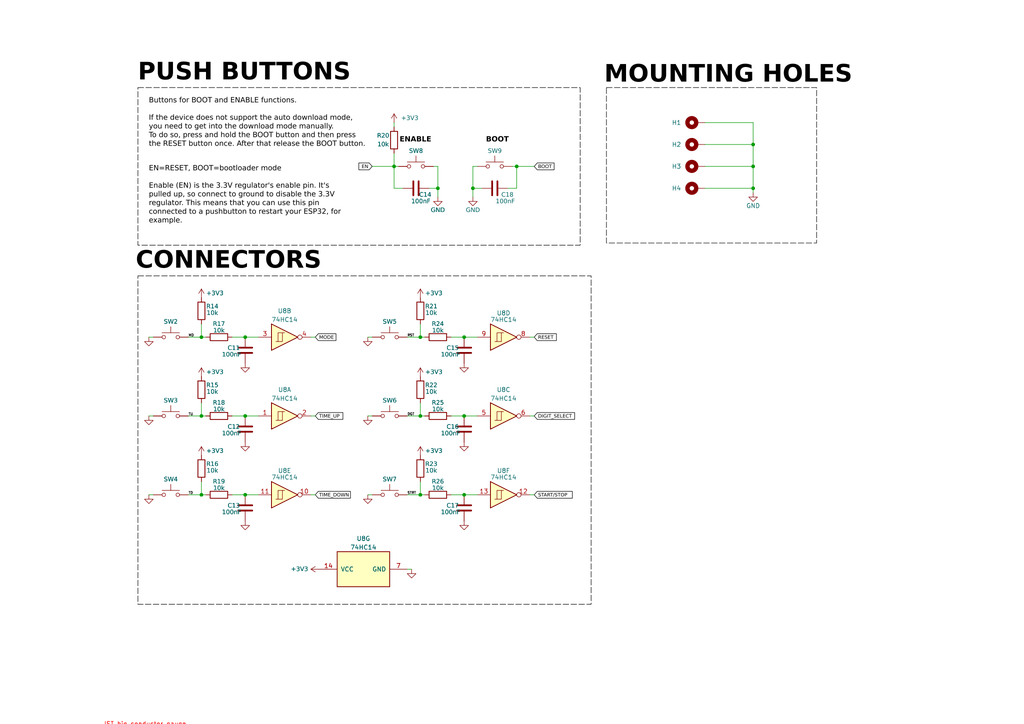
<source format=kicad_sch>
(kicad_sch (version 20231120) (generator "eeschema") (generator_version "8.0")
  (paper "A4")
  (title_block (title "SchrackStopwatch") (date "2024-08-14") (rev "v.1.0.0") (company "SPS NA PROSEKU") (comment 1 "SAVVA POPOV"))
  (lib_symbols
    (symbol "74xx:74HC14" (pin_names (offset 1.016))
      (property "Reference" "U" (at 0 1.27 0))
      (property "Value" "74HC14" (at 0 -1.27 0))
      (symbol "74HC14_1_0"
        (polyline (pts (xy -3.81 3.81) (xy -3.81 -3.81) (xy 3.81 0) (xy -3.81 3.81)) (stroke (width 0.254)) (fill (type background)))
        (pin input line (at -7.62 0 0) (length 3.81) (name "~") (number "1"))
        (pin output inverted (at 7.62 0 180) (length 3.81) (name "~") (number "2"))
      )
      (symbol "74HC14_1_1"
        (polyline (pts (xy -1.905 -1.27) (xy -1.905 1.27) (xy -0.635 1.27)))
        (polyline (pts (xy -2.54 -1.27) (xy -0.635 -1.27) (xy -0.635 1.27) (xy 0 1.27)))
      )
      (symbol "74HC14_2_0"
        (polyline (pts (xy -3.81 3.81) (xy -3.81 -3.81) (xy 3.81 0) (xy -3.81 3.81)) (stroke (width 0.254)) (fill (type background)))
        (pin input line (at -7.62 0 0) (length 3.81) (name "~") (number "3"))
        (pin output inverted (at 7.62 0 180) (length 3.81) (name "~") (number "4"))
      )
      (symbol "74HC14_2_1"
        (polyline (pts (xy -1.905 -1.27) (xy -1.905 1.27) (xy -0.635 1.27)))
        (polyline (pts (xy -2.54 -1.27) (xy -0.635 -1.27) (xy -0.635 1.27) (xy 0 1.27)))
      )
      (symbol "74HC14_3_0"
        (polyline (pts (xy -3.81 3.81) (xy -3.81 -3.81) (xy 3.81 0) (xy -3.81 3.81)) (stroke (width 0.254)) (fill (type background)))
        (pin input line (at -7.62 0 0) (length 3.81) (name "~") (number "5"))
        (pin output inverted (at 7.62 0 180) (length 3.81) (name "~") (number "6"))
      )
      (symbol "74HC14_3_1"
        (polyline (pts (xy -1.905 -1.27) (xy -1.905 1.27) (xy -0.635 1.27)))
        (polyline (pts (xy -2.54 -1.27) (xy -0.635 -1.27) (xy -0.635 1.27) (xy 0 1.27)))
      )
      (symbol "74HC14_4_0"
        (polyline (pts (xy -3.81 3.81) (xy -3.81 -3.81) (xy 3.81 0) (xy -3.81 3.81)) (stroke (width 0.254)) (fill (type background)))
        (pin output inverted (at 7.62 0 180) (length 3.81) (name "~") (number "8"))
        (pin input line (at -7.62 0 0) (length 3.81) (name "~") (number "9"))
      )
      (symbol "74HC14_4_1"
        (polyline (pts (xy -1.905 -1.27) (xy -1.905 1.27) (xy -0.635 1.27)))
        (polyline (pts (xy -2.54 -1.27) (xy -0.635 -1.27) (xy -0.635 1.27) (xy 0 1.27)))
      )
      (symbol "74HC14_5_0"
        (polyline (pts (xy -3.81 3.81) (xy -3.81 -3.81) (xy 3.81 0) (xy -3.81 3.81)) (stroke (width 0.254)) (fill (type background)))
        (pin output inverted (at 7.62 0 180) (length 3.81) (name "~") (number "10"))
        (pin input line (at -7.62 0 0) (length 3.81) (name "~") (number "11"))
      )
      (symbol "74HC14_5_1"
        (polyline (pts (xy -1.905 -1.27) (xy -1.905 1.27) (xy -0.635 1.27)))
        (polyline (pts (xy -2.54 -1.27) (xy -0.635 -1.27) (xy -0.635 1.27) (xy 0 1.27)))
      )
      (symbol "74HC14_6_0"
        (polyline (pts (xy -3.81 3.81) (xy -3.81 -3.81) (xy 3.81 0) (xy -3.81 3.81)) (stroke (width 0.254)) (fill (type background)))
        (pin output inverted (at 7.62 0 180) (length 3.81) (name "~") (number "12"))
        (pin input line (at -7.62 0 0) (length 3.81) (name "~") (number "13"))
      )
      (symbol "74HC14_6_1"
        (polyline (pts (xy -1.905 -1.27) (xy -1.905 1.27) (xy -0.635 1.27)))
        (polyline (pts (xy -2.54 -1.27) (xy -0.635 -1.27) (xy -0.635 1.27) (xy 0 1.27)))
      )
      (symbol "74HC14_7_0"
        (pin power_in line (at 0 12.7 270) (length 5.08) (name "VCC") (number "14"))
        (pin power_in line (at 0 -12.7 90) (length 5.08) (name "GND") (number "7"))
      )
      (symbol "74HC14_7_1"
        (rectangle (start -5.08 7.62) (end 5.08 -7.62) (stroke (width 0.254)) (fill (type background)))
      )
    )
    (symbol "Device:C" (pin_numbers hide) (pin_names (offset 0.254))
      (property "Reference" "C" (at 0.635 2.54 0))
      (property "Value" "C" (at 0.635 -2.54 0))
      (symbol "C_0_1"
        (polyline (pts (xy -2.032 -0.762) (xy 2.032 -0.762)) (stroke (width 0.508)))
        (polyline (pts (xy -2.032 0.762) (xy 2.032 0.762)) (stroke (width 0.508)))
      )
      (symbol "C_1_1"
        (pin passive line (at 0 3.81 270) (length 2.794) (name "~") (number "1"))
        (pin passive line (at 0 -3.81 90) (length 2.794) (name "~") (number "2"))
      )
    )
    (symbol "Device:R" (pin_numbers hide) (pin_names (offset 0))
      (property "Reference" "R" (at 2.032 0 90))
      (property "Value" "R" (at 0 0 90))
      (symbol "R_0_1"
        (rectangle (start -1.016 -2.54) (end 1.016 2.54) (stroke (width 0.254)))
      )
      (symbol "R_1_1"
        (pin passive line (at 0 3.81 270) (length 1.27) (name "~") (number "1"))
        (pin passive line (at 0 -3.81 90) (length 1.27) (name "~") (number "2"))
      )
    )
    (symbol "Mechanical:MountingHole_Pad" (pin_numbers hide) (pin_names (offset 1.016) hide)
      (property "Reference" "H" (at 0 6.35 0))
      (property "Value" "MountingHole_Pad" (at 0 4.445 0))
      (symbol "MountingHole_Pad_0_1"
        (circle (center 0 1.27) (radius 1.27) (stroke (width 1.27)))
      )
      (symbol "MountingHole_Pad_1_1"
        (pin input line (at 0 -2.54 90) (length 2.54) (name "1") (number "1"))
      )
    )
    (symbol "Switch:SW_Push" (pin_numbers hide) (pin_names (offset 1.016) hide)
      (property "Reference" "SW" (at 1.27 2.54 0))
      (property "Value" "SW_Push" (at 0 -1.524 0))
      (symbol "SW_Push_0_1"
        (circle (center -2.032 0) (radius 0.508))
        (polyline (pts (xy 0 1.27) (xy 0 3.048)))
        (polyline (pts (xy 2.54 1.27) (xy -2.54 1.27)))
        (circle (center 2.032 0) (radius 0.508))
        (pin passive line (at -5.08 0 0) (length 2.54) (name "1") (number "1"))
        (pin passive line (at 5.08 0 180) (length 2.54) (name "2") (number "2"))
      )
    )
    (symbol "power:+3V3" (power) (pin_names (offset 0))
      (property "Value" "+3V3" (at 0 3.556 0))
      (symbol "+3V3_0_1"
        (polyline (pts (xy -0.762 1.27) (xy 0 2.54)))
        (polyline (pts (xy 0 0) (xy 0 2.54)))
        (polyline (pts (xy 0 2.54) (xy 0.762 1.27)))
      )
      (symbol "+3V3_1_1"
        (pin power_in line (at 0 0 90) (length 0) hide (name "+3V3") (number "1"))
      )
    )
    (symbol "power:GND" (power) (pin_names (offset 0))
      (property "Value" "GND" (at 0 -3.81 0))
      (symbol "GND_0_1"
        (polyline (pts (xy 0 0) (xy 0 -1.27) (xy 1.27 -1.27) (xy 0 -2.54) (xy -1.27 -1.27) (xy 0 -1.27)))
      )
      (symbol "GND_1_1"
        (pin power_in line (at 0 0 270) (length 0) hide (name "GND") (number "1"))
      )
    )
  )
  (junction (at 134.62 143.51))
  (junction (at 218.44 41.91))
  (junction (at 137.16 54.61))
  (junction (at 218.44 54.61))
  (junction (at 134.62 120.65))
  (junction (at 58.42 143.51))
  (junction (at 149.86 48.26))
  (junction (at 218.44 48.26))
  (junction (at 121.92 120.65))
  (junction (at 114.3 48.26))
  (junction (at 127 54.61))
  (junction (at 121.92 143.51))
  (junction (at 71.12 97.79))
  (junction (at 71.12 120.65))
  (junction (at 121.92 97.79))
  (junction (at 71.12 143.51))
  (junction (at 134.62 97.79))
  (junction (at 58.42 97.79))
  (junction (at 58.42 120.65))
  (wire (pts (xy 149.86 48.26) (xy 148.59 48.26)))
  (wire (pts (xy 204.47 41.91) (xy 218.44 41.91)))
  (wire (pts (xy 137.16 54.61) (xy 139.7 54.61)))
  (wire (pts (xy 59.69 120.65) (xy 58.42 120.65)))
  (wire (pts (xy 118.11 143.51) (xy 121.92 143.51)))
  (wire (pts (xy 154.94 97.79) (xy 153.67 97.79)))
  (wire (pts (xy 71.12 143.51) (xy 74.93 143.51)))
  (wire (pts (xy 54.61 120.65) (xy 58.42 120.65)))
  (wire (pts (xy 123.19 143.51) (xy 121.92 143.51)))
  (wire (pts (xy 121.92 97.79) (xy 121.92 93.98)))
  (wire (pts (xy 147.32 54.61) (xy 149.86 54.61)))
  (wire (pts (xy 137.16 48.26) (xy 137.16 54.61)))
  (wire (pts (xy 106.68 120.65) (xy 107.95 120.65)))
  (wire (pts (xy 114.3 48.26) (xy 114.3 54.61)))
  (wire (pts (xy 134.62 120.65) (xy 138.43 120.65)))
  (wire (pts (xy 127 48.26) (xy 125.73 48.26)))
  (wire (pts (xy 218.44 35.56) (xy 218.44 41.91)))
  (wire (pts (xy 67.31 120.65) (xy 71.12 120.65)))
  (wire (pts (xy 114.3 44.45) (xy 114.3 48.26)))
  (wire (pts (xy 118.11 97.79) (xy 121.92 97.79)))
  (wire (pts (xy 43.18 97.79) (xy 44.45 97.79)))
  (wire (pts (xy 106.68 97.79) (xy 107.95 97.79)))
  (wire (pts (xy 71.12 97.79) (xy 74.93 97.79)))
  (wire (pts (xy 204.47 35.56) (xy 218.44 35.56)))
  (wire (pts (xy 127 57.15) (xy 127 54.61)))
  (wire (pts (xy 107.95 48.26) (xy 114.3 48.26)))
  (wire (pts (xy 204.47 48.26) (xy 218.44 48.26)))
  (wire (pts (xy 67.31 97.79) (xy 71.12 97.79)))
  (wire (pts (xy 149.86 48.26) (xy 154.94 48.26)))
  (wire (pts (xy 130.81 120.65) (xy 134.62 120.65)))
  (wire (pts (xy 204.47 54.61) (xy 218.44 54.61)))
  (wire (pts (xy 71.12 120.65) (xy 74.93 120.65)))
  (wire (pts (xy 118.11 120.65) (xy 121.92 120.65)))
  (wire (pts (xy 54.61 97.79) (xy 58.42 97.79)))
  (wire (pts (xy 114.3 48.26) (xy 115.57 48.26)))
  (wire (pts (xy 106.68 143.51) (xy 107.95 143.51)))
  (wire (pts (xy 121.92 143.51) (xy 121.92 139.7)))
  (wire (pts (xy 134.62 97.79) (xy 138.43 97.79)))
  (wire (pts (xy 54.61 143.51) (xy 58.42 143.51)))
  (wire (pts (xy 137.16 48.26) (xy 138.43 48.26)))
  (wire (pts (xy 127 48.26) (xy 127 54.61)))
  (wire (pts (xy 59.69 97.79) (xy 58.42 97.79)))
  (wire (pts (xy 91.44 120.65) (xy 90.17 120.65)))
  (wire (pts (xy 218.44 48.26) (xy 218.44 54.61)))
  (wire (pts (xy 130.81 97.79) (xy 134.62 97.79)))
  (wire (pts (xy 218.44 55.88) (xy 218.44 54.61)))
  (wire (pts (xy 119.38 165.1) (xy 118.11 165.1)))
  (wire (pts (xy 134.62 143.51) (xy 138.43 143.51)))
  (wire (pts (xy 58.42 97.79) (xy 58.42 93.98)))
  (wire (pts (xy 58.42 120.65) (xy 58.42 116.84)))
  (wire (pts (xy 114.3 36.83) (xy 114.3 35.56)))
  (wire (pts (xy 43.18 143.51) (xy 44.45 143.51)))
  (wire (pts (xy 137.16 57.15) (xy 137.16 54.61)))
  (wire (pts (xy 218.44 41.91) (xy 218.44 48.26)))
  (wire (pts (xy 149.86 48.26) (xy 149.86 54.61)))
  (wire (pts (xy 123.19 97.79) (xy 121.92 97.79)))
  (wire (pts (xy 154.94 120.65) (xy 153.67 120.65)))
  (wire (pts (xy 130.81 143.51) (xy 134.62 143.51)))
  (wire (pts (xy 67.31 143.51) (xy 71.12 143.51)))
  (wire (pts (xy 43.18 120.65) (xy 44.45 120.65)))
  (wire (pts (xy 116.84 54.61) (xy 114.3 54.61)))
  (wire (pts (xy 91.44 143.51) (xy 90.17 143.51)))
  (wire (pts (xy 91.44 97.79) (xy 90.17 97.79)))
  (wire (pts (xy 123.19 120.65) (xy 121.92 120.65)))
  (wire (pts (xy 58.42 143.51) (xy 58.42 139.7)))
  (wire (pts (xy 59.69 143.51) (xy 58.42 143.51)))
  (wire (pts (xy 154.94 143.51) (xy 153.67 143.51)))
  (wire (pts (xy 121.92 120.65) (xy 121.92 116.84)))
  (wire (pts (xy 127 54.61) (xy 124.46 54.61)))
  (rectangle (start 40.005 25.4) (end 168.275 71.12) (stroke (width 0) (type dash) (color 0 0 0 1)))
  (rectangle (start 40.005 80.01) (end 171.45 175.26) (stroke (width 0) (type dash) (color 0 0 0 1)))
  (rectangle (start 175.895 25.4) (end 236.855 70.485) (stroke (width 0) (type dash) (color 0 0 0 1)))
  (text "We will have a possiblity to choose a function for 6 swithces in total." (at 53.34 213.995 0) (effects (font (size 1.27 1.27))))
  (text "JST big conductor gauge" (at 41.91 210.185 0) (effects (font (size 1.27 1.27))))
  (text "BOOT" (at 140.97 41.91 0) (effects (font (size 1.5 1.5) (bold yes)) (justify left bottom)))
  (text "MOUNTING HOLES" (at 175.26 26.035 0) (effects (font (size 5 5) (bold yes)) (justify left bottom)))
  (text "EN=RESET, BOOT=bootloader mode\n\nEnable (EN) is the 3.3V regulator's enable pin. It's\npulled up, so connect to ground to disable the 3.3V\nregulator. This means that you can use this pin\nconnected to a pushbutton to restart your ESP32, for\nexample." (at 43.18 65.405 0) (effects (font (size 1.5 1.5) (italic yes)) (justify left bottom)))
  (text "Buttons for BOOT and ENABLE functions.\n\nIf the device does not support the auto download mode,\nyou need to get into the download mode manually. \nTo do so, press and hold the BOOT button and then press \nthe RESET button once. After that release the BOOT button." (at 43.18 43.18 0) (effects (font (size 1.5 1.5) (italic yes)) (justify left bottom)))
  (text "PUSH BUTTONS" (at 40.005 25.4 0) (effects (font (size 5 5) (bold yes)) (justify left bottom)))
  (text "BTN1 press - digit++\nBTN1 hold - digit select\nBTN2 press - start/stop (by context)\nBTN2 hold - reset\nMODE - ctu/ctd switch" (at 20.955 225.425 0) (effects (font (size 2 2)) (justify left)))
  (text "the PCB  is going to be much smaller, less reason to use the Schrack Box\nIf the box is not going to be big, there is no reason to use SchrackButtons" (at 55.245 240.03 0) (effects (font (size 1.27 1.27))))
  (text "ENABLE" (at 125.095 41.91 0) (effects (font (size 1.5 1.5) (thickness 0.254) (bold yes)) (justify right bottom)))
  (text "CONNECTORS" (at 39.37 80.01 0) (effects (font (size 5 5) (bold yes)) (justify left bottom)))
  (label "TD" (at 54.61 143.51 0) (effects (font (size 0.7 0.7))))
  (label "MD" (at 54.61 97.79 0) (effects (font (size 0.7 0.7))))
  (label "STRT" (at 118.11 143.51 0) (effects (font (size 0.7 0.7))))
  (label "DGT" (at 118.11 120.65 0) (effects (font (size 0.7 0.7))))
  (label "TU" (at 54.61 120.65 0) (effects (font (size 0.7 0.7))))
  (label "RST" (at 118.11 97.79 0) (effects (font (size 0.7 0.7))))
  (global_label "DIGIT_SELECT" (shape input) (at 154.94 120.65 0) (effects (font (size 1 1))) (property "Intersheetrefs" "${INTERSHEET_REFS}" (effects (hide yes))))
  (global_label "TIME_DOWN" (shape input) (at 91.44 143.51 0) (effects (font (size 1 1))) (property "Intersheetrefs" "${INTERSHEET_REFS}" (effects (hide yes))))
  (global_label "TIME_UP" (shape input) (at 91.44 120.65 0) (effects (font (size 1 1))) (property "Intersheetrefs" "${INTERSHEET_REFS}" (effects (hide yes))))
  (global_label "MODE" (shape input) (at 91.44 97.79 0) (effects (font (size 1 1))) (property "Intersheetrefs" "${INTERSHEET_REFS}" (effects (hide yes))))
  (global_label "EN" (shape input) (at 107.95 48.26 180) (effects (font (size 1 1))) (property "Intersheetrefs" "${INTERSHEET_REFS}" (effects (hide yes))))
  (global_label "BOOT" (shape input) (at 154.94 48.26 0) (effects (font (size 1 1))) (property "Intersheetrefs" "${INTERSHEET_REFS}" (effects (hide yes))))
  (global_label "RESET" (shape input) (at 154.94 97.79 0) (effects (font (size 1 1))) (property "Intersheetrefs" "${INTERSHEET_REFS}" (effects (hide yes))))
  (global_label "START{slash}STOP" (shape input) (at 154.94 143.51 0) (effects (font (size 1 1))) (property "Intersheetrefs" "${INTERSHEET_REFS}" (effects (hide yes))))
  (symbol (lib_id "Device:C") (at 134.62 101.6 0) (mirror x) (unit 1)
    (property "Reference" "C15" (at 129.54 100.965 0) (effects (justify left)))
    (property "Value" "100nF" (at 127.635 102.87 0) (effects (justify left)))
    (property "Footprint" "Capacitor_SMD:C_0805_2012Metric_Pad1.18x1.45mm_HandSolder" (effects (hide yes)))
  )
  (symbol (lib_id "power:+3V3") (at 114.3 35.56 0) (unit 1)
    (property "Reference" "#PWR040" (effects (hide yes)))
    (property "Value" "+3V3" (at 116.205 34.29 0) (effects (justify left)))
  )
  (symbol (lib_id "Device:R") (at 58.42 90.17 180) (unit 1)
    (property "Reference" "R14" (at 61.595 88.9 0))
    (property "Value" "10k" (at 61.595 90.805 0))
    (property "Footprint" "Resistor_SMD:R_0805_2012Metric_Pad1.20x1.40mm_HandSolder" (effects (hide yes)))
  )
  (symbol (lib_id "power:+3V3") (at 58.42 86.36 0) (unit 1)
    (property "Reference" "#PWR030" (effects (hide yes)))
    (property "Value" "+3V3" (at 59.69 85.09 0) (effects (justify left)))
  )
  (symbol (lib_id "power:GND") (at 43.18 143.51 0) (unit 1)
    (property "Reference" "#PWR029" (effects (hide yes)))
    (property "Value" "GND" (effects (hide yes)))
  )
  (symbol (lib_id "power:GND") (at 71.12 128.27 0) (unit 1)
    (property "Reference" "#PWR034" (effects (hide yes)))
    (property "Value" "GND" (effects (hide yes)))
  )
  (symbol (lib_id "power:+3V3") (at 58.42 109.22 0) (unit 1)
    (property "Reference" "#PWR031" (effects (hide yes)))
    (property "Value" "+3V3" (at 59.69 107.95 0) (effects (justify left)))
  )
  (symbol (lib_id "Switch:SW_Push") (at 49.53 97.79 0) (unit 1)
    (property "Reference" "SW2" (at 49.53 93.345 0))
    (property "Value" "SW_Push" (effects (hide yes)))
    (property "Footprint" "Connector_JST:JST_XH_B2B-XH-A_1x02_P2.50mm_Vertical" (effects (hide yes)))
  )
  (symbol (lib_id "power:GND") (at 137.16 57.15 0) (unit 1)
    (property "Reference" "#PWR049" (effects (hide yes)))
    (property "Value" "GND" (at 137.16 60.96 0))
  )
  (symbol (lib_id "Device:C") (at 71.12 147.32 0) (mirror x) (unit 1)
    (property "Reference" "C13" (at 66.04 146.685 0) (effects (justify left)))
    (property "Value" "100nF" (at 64.135 148.59 0) (effects (justify left)))
    (property "Footprint" "Capacitor_SMD:C_0805_2012Metric_Pad1.18x1.45mm_HandSolder" (effects (hide yes)))
  )
  (symbol (lib_id "Device:R") (at 58.42 135.89 180) (unit 1)
    (property "Reference" "R16" (at 61.595 134.62 0))
    (property "Value" "10k" (at 61.595 136.525 0))
    (property "Footprint" "Resistor_SMD:R_0805_2012Metric_Pad1.20x1.40mm_HandSolder" (effects (hide yes)))
  )
  (symbol (lib_id "74xx:74HC14") (at 82.55 120.65 0) (unit 1)
    (property "Reference" "U8" (at 82.55 113.03 0))
    (property "Value" "74HC14" (at 82.55 115.57 0))
    (property "Footprint" "Package_SO:SOIC-14_3.9x8.7mm_P1.27mm" (effects (hide yes)))
    (property "Datasheet" "http://www.ti.com/lit/gpn/sn74HC14" (effects (hide yes)))
    (property "Description" "Hex inverter schmitt trigger" (effects (hide yes)))
  )
  (symbol (lib_id "power:GND") (at 127 57.15 0) (mirror y) (unit 1)
    (property "Reference" "#PWR045" (effects (hide yes)))
    (property "Value" "GND" (at 127 60.96 0))
  )
  (symbol (lib_id "power:GND") (at 134.62 105.41 0) (unit 1)
    (property "Reference" "#PWR046" (effects (hide yes)))
    (property "Value" "GND" (effects (hide yes)))
  )
  (symbol (lib_id "power:+3V3") (at 121.92 132.08 0) (unit 1)
    (property "Reference" "#PWR044" (effects (hide yes)))
    (property "Value" "+3V3" (at 123.19 130.81 0) (effects (justify left)))
  )
  (symbol (lib_id "Device:C") (at 71.12 124.46 0) (mirror x) (unit 1)
    (property "Reference" "C12" (at 66.04 123.825 0) (effects (justify left)))
    (property "Value" "100nF" (at 64.135 125.73 0) (effects (justify left)))
    (property "Footprint" "Capacitor_SMD:C_0805_2012Metric_Pad1.18x1.45mm_HandSolder" (effects (hide yes)))
  )
  (symbol (lib_id "Switch:SW_Push") (at 113.03 120.65 0) (unit 1)
    (property "Reference" "SW6" (at 113.03 116.205 0))
    (property "Value" "SW_Push" (effects (hide yes)))
    (property "Footprint" "Connector_JST:JST_XH_B2B-XH-A_1x02_P2.50mm_Vertical" (effects (hide yes)))
  )
  (symbol (lib_id "74xx:74HC14") (at 146.05 120.65 0) (unit 3)
    (property "Reference" "U8" (at 146.05 113.03 0))
    (property "Value" "74HC14" (at 146.05 115.57 0))
    (property "Footprint" "Package_SO:SOIC-14_3.9x8.7mm_P1.27mm" (effects (hide yes)))
    (property "Datasheet" "http://www.ti.com/lit/gpn/sn74HC14" (effects (hide yes)))
    (property "Description" "Hex inverter schmitt trigger" (effects (hide yes)))
  )
  (symbol (lib_id "power:GND") (at 106.68 97.79 0) (unit 1)
    (property "Reference" "#PWR037" (effects (hide yes)))
    (property "Value" "GND" (effects (hide yes)))
  )
  (symbol (lib_id "Mechanical:MountingHole_Pad") (at 201.93 48.26 90) (unit 1) (exclude_from_sim yes) (in_bom no)
    (property "Reference" "H3" (at 196.215 48.26 90))
    (property "Value" "Mounting Hole M3" (effects (hide yes)))
    (property "Footprint" "MountingHole:MountingHole_3.2mm_M3_Pad_Via" (effects (hide yes)))
    (property "Description" "Mounting Hole with connection" (effects (hide yes)))
  )
  (symbol (lib_id "power:GND") (at 43.18 97.79 0) (unit 1)
    (property "Reference" "#PWR027" (effects (hide yes)))
    (property "Value" "GND" (effects (hide yes)))
  )
  (symbol (lib_id "Device:R") (at 58.42 113.03 180) (unit 1)
    (property "Reference" "R15" (at 61.595 111.76 0))
    (property "Value" "10k" (at 61.595 113.665 0))
    (property "Footprint" "Resistor_SMD:R_0805_2012Metric_Pad1.20x1.40mm_HandSolder" (effects (hide yes)))
  )
  (symbol (lib_id "Device:R") (at 114.3 40.64 180) (unit 1)
    (property "Reference" "R20" (at 111.125 39.37 0))
    (property "Value" "10k" (at 111.125 41.91 0))
    (property "Footprint" "Resistor_SMD:R_0805_2012Metric_Pad1.20x1.40mm_HandSolder" (effects (hide yes)))
  )
  (symbol (lib_id "power:+3V3") (at 58.42 132.08 0) (unit 1)
    (property "Reference" "#PWR032" (effects (hide yes)))
    (property "Value" "+3V3" (at 59.69 130.81 0) (effects (justify left)))
  )
  (symbol (lib_id "Switch:SW_Push") (at 113.03 143.51 0) (unit 1)
    (property "Reference" "SW7" (at 113.03 139.065 0))
    (property "Value" "SW_Push" (effects (hide yes)))
    (property "Footprint" "Connector_JST:JST_XH_B2B-XH-A_1x02_P2.50mm_Vertical" (effects (hide yes)))
  )
  (symbol (lib_id "Device:R") (at 63.5 120.65 270) (unit 1)
    (property "Reference" "R18" (at 63.5 116.84 90))
    (property "Value" "10k" (at 63.5 118.745 90))
    (property "Footprint" "Resistor_SMD:R_0805_2012Metric_Pad1.20x1.40mm_HandSolder" (effects (hide yes)))
  )
  (symbol (lib_id "power:GND") (at 218.44 55.88 0) (unit 1)
    (property "Reference" "#PWR050" (effects (hide yes)))
    (property "Value" "GND" (at 218.44 59.69 0))
    (property "Description" "Power symbol creates a global label with name \"GND\" , ground" (effects (hide yes)))
  )
  (symbol (lib_id "power:GND") (at 43.18 120.65 0) (unit 1)
    (property "Reference" "#PWR028" (effects (hide yes)))
    (property "Value" "GND" (effects (hide yes)))
  )
  (symbol (lib_id "Switch:SW_Push") (at 49.53 120.65 0) (unit 1)
    (property "Reference" "SW3" (at 49.53 116.205 0))
    (property "Value" "SW_Push" (effects (hide yes)))
    (property "Footprint" "Connector_JST:JST_XH_B2B-XH-A_1x02_P2.50mm_Vertical" (effects (hide yes)))
  )
  (symbol (lib_id "Switch:SW_Push") (at 49.53 143.51 0) (unit 1)
    (property "Reference" "SW4" (at 49.53 139.065 0))
    (property "Value" "SW_Push" (effects (hide yes)))
    (property "Footprint" "Connector_JST:JST_XH_B2B-XH-A_1x02_P2.50mm_Vertical" (effects (hide yes)))
  )
  (symbol (lib_id "Device:R") (at 127 120.65 270) (unit 1)
    (property "Reference" "R25" (at 127 116.84 90))
    (property "Value" "10k" (at 127 118.745 90))
    (property "Footprint" "Resistor_SMD:R_0805_2012Metric_Pad1.20x1.40mm_HandSolder" (effects (hide yes)))
  )
  (symbol (lib_id "Mechanical:MountingHole_Pad") (at 201.93 35.56 90) (unit 1) (exclude_from_sim yes) (in_bom no)
    (property "Reference" "H1" (at 196.215 35.56 90))
    (property "Value" "Mounting Hole M3" (effects (hide yes)))
    (property "Footprint" "MountingHole:MountingHole_3.2mm_M3_Pad_Via" (effects (hide yes)))
    (property "Description" "Mounting Hole with connection" (effects (hide yes)))
  )
  (symbol (lib_id "Device:C") (at 71.12 101.6 0) (mirror x) (unit 1)
    (property "Reference" "C11" (at 66.04 100.965 0) (effects (justify left)))
    (property "Value" "100nF" (at 64.135 102.87 0) (effects (justify left)))
    (property "Footprint" "Capacitor_SMD:C_0805_2012Metric_Pad1.18x1.45mm_HandSolder" (effects (hide yes)))
  )
  (symbol (lib_id "power:+3V3") (at 92.71 165.1 90) (unit 1)
    (property "Reference" "#PWR036" (effects (hide yes)))
    (property "Value" "+3V3" (at 89.535 165.1 90) (effects (justify left)))
  )
  (symbol (lib_id "power:+3V3") (at 121.92 109.22 0) (unit 1)
    (property "Reference" "#PWR043" (effects (hide yes)))
    (property "Value" "+3V3" (at 123.19 107.95 0) (effects (justify left)))
  )
  (symbol (lib_id "Device:C") (at 134.62 124.46 0) (mirror x) (unit 1)
    (property "Reference" "C16" (at 129.54 123.825 0) (effects (justify left)))
    (property "Value" "100nF" (at 127.635 125.73 0) (effects (justify left)))
    (property "Footprint" "Capacitor_SMD:C_0805_2012Metric_Pad1.18x1.45mm_HandSolder" (effects (hide yes)))
  )
  (symbol (lib_id "Device:R") (at 121.92 135.89 180) (unit 1)
    (property "Reference" "R23" (at 125.095 134.62 0))
    (property "Value" "10k" (at 125.095 136.525 0))
    (property "Footprint" "Resistor_SMD:R_0805_2012Metric_Pad1.20x1.40mm_HandSolder" (effects (hide yes)))
  )
  (symbol (lib_id "power:GND") (at 119.38 165.1 0) (unit 1)
    (property "Reference" "#PWR041" (effects (hide yes)))
    (property "Value" "GND" (effects (hide yes)))
  )
  (symbol (lib_id "Device:R") (at 63.5 143.51 270) (unit 1)
    (property "Reference" "R19" (at 63.5 139.7 90))
    (property "Value" "10k" (at 63.5 141.605 90))
    (property "Footprint" "Resistor_SMD:R_0805_2012Metric_Pad1.20x1.40mm_HandSolder" (effects (hide yes)))
  )
  (symbol (lib_id "Device:R") (at 121.92 90.17 180) (unit 1)
    (property "Reference" "R21" (at 125.095 88.9 0))
    (property "Value" "10k" (at 125.095 90.805 0))
    (property "Footprint" "Resistor_SMD:R_0805_2012Metric_Pad1.20x1.40mm_HandSolder" (effects (hide yes)))
  )
  (symbol (lib_id "Switch:SW_Push") (at 143.51 48.26 0) (unit 1)
    (property "Reference" "SW9" (at 143.51 43.815 0))
    (property "Value" "SW_Push" (effects (hide yes)))
    (property "Footprint" "Button_Switch_SMD:SW_SPST_EVQPE1" (effects (hide yes)))
  )
  (symbol (lib_id "74xx:74HC14") (at 146.05 97.79 0) (unit 4)
    (property "Reference" "U8" (at 146.05 90.805 0))
    (property "Value" "74HC14" (at 146.05 92.71 0))
    (property "Footprint" "Package_SO:SOIC-14_3.9x8.7mm_P1.27mm" (effects (hide yes)))
    (property "Datasheet" "http://www.ti.com/lit/gpn/sn74HC14" (effects (hide yes)))
    (property "Description" "Hex inverter schmitt trigger" (effects (hide yes)))
  )
  (symbol (lib_id "Device:R") (at 63.5 97.79 270) (unit 1)
    (property "Reference" "R17" (at 63.5 93.98 90))
    (property "Value" "10k" (at 63.5 95.885 90))
    (property "Footprint" "Resistor_SMD:R_0805_2012Metric_Pad1.20x1.40mm_HandSolder" (effects (hide yes)))
  )
  (symbol (lib_id "Device:R") (at 121.92 113.03 180) (unit 1)
    (property "Reference" "R22" (at 125.095 111.76 0))
    (property "Value" "10k" (at 125.095 113.665 0))
    (property "Footprint" "Resistor_SMD:R_0805_2012Metric_Pad1.20x1.40mm_HandSolder" (effects (hide yes)))
  )
  (symbol (lib_id "74xx:74HC14") (at 105.41 165.1 90) (unit 7)
    (property "Reference" "U8" (at 105.41 156.21 90))
    (property "Value" "74HC14" (at 105.41 158.75 90))
    (property "Footprint" "Package_SO:SOIC-14_3.9x8.7mm_P1.27mm" (effects (hide yes)))
    (property "Datasheet" "http://www.ti.com/lit/gpn/sn74HC14" (effects (hide yes)))
    (property "Description" "Hex inverter schmitt trigger" (effects (hide yes)))
  )
  (symbol (lib_id "74xx:74HC14") (at 146.05 143.51 0) (unit 6)
    (property "Reference" "U8" (at 146.05 136.525 0))
    (property "Value" "74HC14" (at 146.05 138.43 0))
    (property "Footprint" "Package_SO:SOIC-14_3.9x8.7mm_P1.27mm" (effects (hide yes)))
    (property "Datasheet" "http://www.ti.com/lit/gpn/sn74HC14" (effects (hide yes)))
    (property "Description" "Hex inverter schmitt trigger" (effects (hide yes)))
  )
  (symbol (lib_id "power:GND") (at 106.68 143.51 0) (unit 1)
    (property "Reference" "#PWR039" (effects (hide yes)))
    (property "Value" "GND" (effects (hide yes)))
  )
  (symbol (lib_id "74xx:74HC14") (at 82.55 143.51 0) (unit 5)
    (property "Reference" "U8" (at 82.55 136.525 0))
    (property "Value" "74HC14" (at 82.55 138.43 0))
    (property "Footprint" "Package_SO:SOIC-14_3.9x8.7mm_P1.27mm" (effects (hide yes)))
    (property "Datasheet" "http://www.ti.com/lit/gpn/sn74HC14" (effects (hide yes)))
    (property "Description" "Hex inverter schmitt trigger" (effects (hide yes)))
  )
  (symbol (lib_id "power:GND") (at 134.62 128.27 0) (unit 1)
    (property "Reference" "#PWR047" (effects (hide yes)))
    (property "Value" "GND" (effects (hide yes)))
  )
  (symbol (lib_id "power:+3V3") (at 121.92 86.36 0) (unit 1)
    (property "Reference" "#PWR042" (effects (hide yes)))
    (property "Value" "+3V3" (at 123.19 85.09 0) (effects (justify left)))
  )
  (symbol (lib_id "Device:R") (at 127 97.79 270) (unit 1)
    (property "Reference" "R24" (at 127 93.98 90))
    (property "Value" "10k" (at 127 95.885 90))
    (property "Footprint" "Resistor_SMD:R_0805_2012Metric_Pad1.20x1.40mm_HandSolder" (effects (hide yes)))
  )
  (symbol (lib_id "Mechanical:MountingHole_Pad") (at 201.93 54.61 90) (unit 1) (exclude_from_sim yes) (in_bom no)
    (property "Reference" "H4" (at 196.215 54.61 90))
    (property "Value" "Mounting Hole M3" (effects (hide yes)))
    (property "Footprint" "MountingHole:MountingHole_3.2mm_M3_Pad_Via" (effects (hide yes)))
    (property "Description" "Mounting Hole with connection" (effects (hide yes)))
  )
  (symbol (lib_id "Device:C") (at 120.65 54.61 90) (unit 1)
    (property "Reference" "C14" (at 125.095 56.515 90) (effects (justify left)))
    (property "Value" "100nF" (at 125.095 58.42 90) (effects (justify left)))
    (property "Footprint" "Capacitor_SMD:C_0805_2012Metric_Pad1.18x1.45mm_HandSolder" (effects (hide yes)))
  )
  (symbol (lib_id "power:GND") (at 134.62 151.13 0) (unit 1)
    (property "Reference" "#PWR048" (effects (hide yes)))
    (property "Value" "GND" (effects (hide yes)))
  )
  (symbol (lib_id "power:GND") (at 71.12 105.41 0) (unit 1)
    (property "Reference" "#PWR033" (effects (hide yes)))
    (property "Value" "GND" (effects (hide yes)))
  )
  (symbol (lib_id "Mechanical:MountingHole_Pad") (at 201.93 41.91 90) (unit 1) (exclude_from_sim yes) (in_bom no)
    (property "Reference" "H2" (at 196.215 41.91 90))
    (property "Value" "Mounting Hole M3" (effects (hide yes)))
    (property "Footprint" "MountingHole:MountingHole_3.2mm_M3_Pad_Via" (effects (hide yes)))
    (property "Description" "Mounting Hole with connection" (effects (hide yes)))
  )
  (symbol (lib_id "power:GND") (at 106.68 120.65 0) (unit 1)
    (property "Reference" "#PWR038" (effects (hide yes)))
    (property "Value" "GND" (effects (hide yes)))
  )
  (symbol (lib_id "Switch:SW_Push") (at 120.65 48.26 0) (mirror y) (unit 1)
    (property "Reference" "SW8" (at 120.65 43.815 0))
    (property "Value" "SW_Push" (effects (hide yes)))
    (property "Footprint" "Button_Switch_SMD:SW_SPST_EVQPE1" (effects (hide yes)))
    (property "Datasheet" "https://cz.mouser.com/ProductDetail/Panasonic/EVQ-PE104K?qs=wX5mvoJE4NGLiYsCBZAptQ%3D%3D" (effects (hide yes)))
  )
  (symbol (lib_id "Switch:SW_Push") (at 113.03 97.79 0) (unit 1)
    (property "Reference" "SW5" (at 113.03 93.345 0))
    (property "Value" "SW_Push" (effects (hide yes)))
    (property "Footprint" "Connector_JST:JST_XH_B2B-XH-A_1x02_P2.50mm_Vertical" (effects (hide yes)))
  )
  (symbol (lib_id "74xx:74HC14") (at 82.55 97.79 0) (unit 2)
    (property "Reference" "U8" (at 82.55 90.17 0))
    (property "Value" "74HC14" (at 82.55 92.71 0))
    (property "Footprint" "Package_SO:SOIC-14_3.9x8.7mm_P1.27mm" (effects (hide yes)))
    (property "Datasheet" "http://www.ti.com/lit/gpn/sn74HC14" (effects (hide yes)))
    (property "Description" "Hex inverter schmitt trigger" (effects (hide yes)))
  )
  (symbol (lib_id "Device:R") (at 127 143.51 270) (unit 1)
    (property "Reference" "R26" (at 127 139.7 90))
    (property "Value" "10k" (at 127 141.605 90))
    (property "Footprint" "Resistor_SMD:R_0805_2012Metric_Pad1.20x1.40mm_HandSolder" (effects (hide yes)))
  )
  (symbol (lib_id "power:GND") (at 71.12 151.13 0) (unit 1)
    (property "Reference" "#PWR035" (effects (hide yes)))
    (property "Value" "GND" (effects (hide yes)))
  )
  (symbol (lib_id "Device:C") (at 143.51 54.61 270) (mirror x) (unit 1)
    (property "Reference" "C18" (at 145.415 56.515 90) (effects (justify left)))
    (property "Value" "100nF" (at 143.51 58.42 90) (effects (justify left)))
    (property "Footprint" "Capacitor_SMD:C_0805_2012Metric_Pad1.18x1.45mm_HandSolder" (effects (hide yes)))
  )
  (symbol (lib_id "Device:C") (at 134.62 147.32 0) (mirror x) (unit 1)
    (property "Reference" "C17" (at 129.54 146.685 0) (effects (justify left)))
    (property "Value" "100nF" (at 127.635 148.59 0) (effects (justify left)))
    (property "Footprint" "Capacitor_SMD:C_0805_2012Metric_Pad1.18x1.45mm_HandSolder" (effects (hide yes)))
  )
)
</source>
